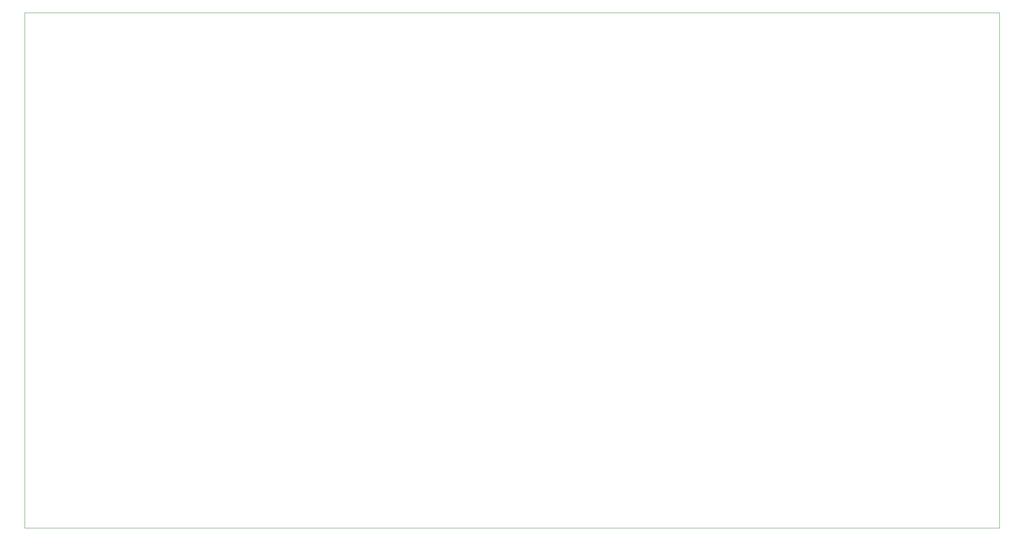
<source format=gm1>
G04 #@! TF.GenerationSoftware,KiCad,Pcbnew,8.0.8*
G04 #@! TF.CreationDate,2025-01-31T18:29:17-05:00*
G04 #@! TF.ProjectId,8_16_computer_2,385f3136-5f63-46f6-9d70-757465725f32,rev?*
G04 #@! TF.SameCoordinates,Original*
G04 #@! TF.FileFunction,Profile,NP*
%FSLAX46Y46*%
G04 Gerber Fmt 4.6, Leading zero omitted, Abs format (unit mm)*
G04 Created by KiCad (PCBNEW 8.0.8) date 2025-01-31 18:29:17*
%MOMM*%
%LPD*%
G01*
G04 APERTURE LIST*
G04 #@! TA.AperFunction,Profile*
%ADD10C,0.038100*%
G04 #@! TD*
G04 APERTURE END LIST*
D10*
X103000000Y-74000000D02*
X311000000Y-74000000D01*
X311000000Y-184000000D01*
X103000000Y-184000000D01*
X103000000Y-74000000D01*
M02*

</source>
